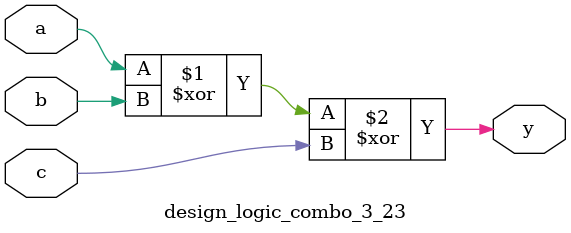
<source format=sv>
module design_logic_combo_3_23(input logic a,b,c, output logic y);
  assign y = (a ^ b) ^ c;
endmodule

</source>
